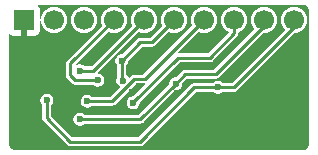
<source format=gbr>
%TF.GenerationSoftware,KiCad,Pcbnew,9.0.3*%
%TF.CreationDate,2025-09-10T00:52:22-04:00*%
%TF.ProjectId,IMU-Magnetometer,494d552d-4d61-4676-9e65-746f6d657465,rev?*%
%TF.SameCoordinates,Original*%
%TF.FileFunction,Copper,L2,Bot*%
%TF.FilePolarity,Positive*%
%FSLAX46Y46*%
G04 Gerber Fmt 4.6, Leading zero omitted, Abs format (unit mm)*
G04 Created by KiCad (PCBNEW 9.0.3) date 2025-09-10 00:52:22*
%MOMM*%
%LPD*%
G01*
G04 APERTURE LIST*
%TA.AperFunction,ComponentPad*%
%ADD10R,1.700000X1.700000*%
%TD*%
%TA.AperFunction,ComponentPad*%
%ADD11C,1.700000*%
%TD*%
%TA.AperFunction,ViaPad*%
%ADD12C,0.600000*%
%TD*%
%TA.AperFunction,Conductor*%
%ADD13C,0.250000*%
%TD*%
%TA.AperFunction,Conductor*%
%ADD14C,0.200000*%
%TD*%
G04 APERTURE END LIST*
D10*
%TO.P,J1,1,Pin_1*%
%TO.N,GND*%
X-11664191Y166733D03*
D11*
%TO.P,J1,2,Pin_2*%
%TO.N,VDDIO*%
X-9124191Y166733D03*
%TO.P,J1,3,Pin_3*%
%TO.N,/IMU_SCLK{slash}SCL*%
X-6584191Y166733D03*
%TO.P,J1,4,Pin_4*%
%TO.N,/IMU_SDI{slash}SDA*%
X-4044191Y166733D03*
%TO.P,J1,5,Pin_5*%
%TO.N,/IMU_SDO*%
X-1504191Y166733D03*
%TO.P,J1,6,Pin_6*%
%TO.N,/IMU_CS*%
X1035809Y166733D03*
%TO.P,J1,7,Pin_7*%
%TO.N,/IMU_INT1*%
X3575809Y166733D03*
%TO.P,J1,8,Pin_8*%
%TO.N,/IMU_INT2*%
X6115809Y166733D03*
%TO.P,J1,9,Pin_9*%
%TO.N,/SCL*%
X8655809Y166733D03*
%TO.P,J1,10,Pin_10*%
%TO.N,/SDA*%
X11195809Y166733D03*
%TD*%
D12*
%TO.N,GND*%
X4165809Y-10333267D03*
X11865809Y-5533267D03*
X-9534191Y-4833267D03*
X1165809Y-10233267D03*
X10565809Y-10233267D03*
X8065809Y-10233267D03*
X-2434191Y-8933267D03*
X10165809Y-8833267D03*
X11865809Y-6633267D03*
X9365809Y-10233267D03*
X6965809Y-10233267D03*
X5765809Y-10333267D03*
X-10634191Y-8833267D03*
X10865809Y-5833267D03*
X-12334191Y-7833267D03*
X-12234191Y-1933267D03*
X10865809Y-7333267D03*
X11865809Y-7833267D03*
X11865809Y-4433267D03*
X1315809Y-5983267D03*
X-2534191Y-5933267D03*
X9365809Y-3733267D03*
X2565809Y-10233267D03*
X10165809Y-3233267D03*
X10365809Y-4533267D03*
X8565809Y-1733267D03*
X3265809Y-1433267D03*
X-12334191Y-4433267D03*
X-7634191Y-1433267D03*
X-12234191Y-10233267D03*
X65809Y-9433267D03*
X8965809Y-7633267D03*
X-9734191Y-10233267D03*
X-12334191Y-6533267D03*
X1265809Y-9095767D03*
X-10634191Y-3233267D03*
X11765809Y-10233267D03*
X-12334191Y-5433267D03*
X-10934191Y-1933267D03*
X11465809Y-1833267D03*
X-11034191Y-10233267D03*
%TO.N,/IMU_INT2*%
X-2434191Y-6833267D03*
%TO.N,/SCL*%
X-6934191Y-8233267D03*
X1165809Y-5233267D03*
%TO.N,/IMU_SDI{slash}SDA*%
X-5434191Y-4933267D03*
%TO.N,/IMU_INT1*%
X-6312673Y-6711749D03*
%TO.N,/SDA*%
X-9734191Y-6633267D03*
X4765809Y-5533267D03*
%TO.N,/IMU_SDO*%
X-6934191Y-4133267D03*
%TO.N,/IMU_CS*%
X-3384191Y-3283267D03*
X-3302941Y-4964517D03*
%TD*%
D13*
%TO.N,/IMU_INT2*%
X6115809Y-983267D02*
X6115809Y166733D01*
X-2434191Y-6833267D02*
X-2443070Y-6824388D01*
X-2425312Y-6824388D02*
X1365809Y-3033267D01*
X1365809Y-3033267D02*
X4065809Y-3033267D01*
X-2443070Y-6824388D02*
X-2425312Y-6824388D01*
X4065809Y-3033267D02*
X6115809Y-983267D01*
%TO.N,/SCL*%
X-1834191Y-8233267D02*
X-6934191Y-8233267D01*
X1165809Y-5233267D02*
X-1834191Y-8233267D01*
X1165809Y-5233267D02*
X1965809Y-4433267D01*
X8655809Y-343267D02*
X8655809Y166733D01*
X4565809Y-4433267D02*
X8655809Y-343267D01*
X1965809Y-4433267D02*
X4565809Y-4433267D01*
%TO.N,/IMU_SDI{slash}SDA*%
X-7334191Y-4933267D02*
X-7734191Y-4533267D01*
X-7734191Y-4533267D02*
X-7734191Y-3523267D01*
X-7734191Y-3523267D02*
X-4044191Y166733D01*
X-5434191Y-4933267D02*
X-7334191Y-4933267D01*
%TO.N,/IMU_INT1*%
X-1424191Y-4833267D02*
X3575809Y166733D01*
X-6312673Y-6711749D02*
X-4212673Y-6711749D01*
X-2334191Y-4833267D02*
X-1424191Y-4833267D01*
X-4212673Y-6711749D02*
X-2334191Y-4833267D01*
%TO.N,/SDA*%
X-9734191Y-8133267D02*
X-7734191Y-10133267D01*
X-7734191Y-10133267D02*
X-1834191Y-10133267D01*
X6095809Y-5533267D02*
X11195809Y-433267D01*
X11195809Y-433267D02*
X11195809Y166733D01*
X-9734191Y-6633267D02*
X-9734191Y-8133267D01*
X2765809Y-5533267D02*
X6095809Y-5533267D01*
X-1834191Y-10133267D02*
X2765809Y-5533267D01*
%TO.N,/IMU_SDO*%
X-6934191Y-4133267D02*
X-5804191Y-4133267D01*
X-5804191Y-4133267D02*
X-1504191Y166733D01*
%TO.N,/IMU_CS*%
X-864191Y-1733267D02*
X1035809Y166733D01*
X-3302941Y-4964517D02*
X-3384191Y-4883267D01*
X-3384191Y-3283267D02*
X-1834191Y-1733267D01*
D14*
X-3384191Y-3283267D02*
X-3184191Y-3283267D01*
D13*
X-3384191Y-4883267D02*
X-3384191Y-3283267D01*
X-1834191Y-1733267D02*
X-864191Y-1733267D01*
%TD*%
%TA.AperFunction,Conductor*%
%TO.N,GND*%
G36*
X11968537Y1465925D02*
G01*
X12071473Y1454325D01*
X12082169Y1451883D01*
X12177325Y1418587D01*
X12187211Y1413827D01*
X12272574Y1360191D01*
X12281153Y1353349D01*
X12352443Y1282060D01*
X12359284Y1273482D01*
X12412920Y1188124D01*
X12417681Y1178239D01*
X12450982Y1083081D01*
X12453424Y1072384D01*
X12465001Y969661D01*
X12465309Y964173D01*
X12465309Y-10330516D01*
X12465001Y-10336002D01*
X12453404Y-10438932D01*
X12450962Y-10449630D01*
X12417666Y-10544783D01*
X12412905Y-10554669D01*
X12359270Y-10640028D01*
X12352429Y-10648606D01*
X12281147Y-10719889D01*
X12272569Y-10726730D01*
X12187210Y-10780365D01*
X12177324Y-10785126D01*
X12082171Y-10818422D01*
X12071473Y-10820864D01*
X11968562Y-10832459D01*
X11963076Y-10832767D01*
X-12431440Y-10832767D01*
X-12436926Y-10832459D01*
X-12539855Y-10820862D01*
X-12550553Y-10818420D01*
X-12645705Y-10785124D01*
X-12655591Y-10780363D01*
X-12740950Y-10726728D01*
X-12749528Y-10719887D01*
X-12820811Y-10648604D01*
X-12827652Y-10640026D01*
X-12881287Y-10554667D01*
X-12886048Y-10544781D01*
X-12919344Y-10449629D01*
X-12921786Y-10438931D01*
X-12933383Y-10336001D01*
X-12933691Y-10330515D01*
X-12933691Y-6560789D01*
X-10284691Y-6560789D01*
X-10284691Y-6705744D01*
X-10269941Y-6760789D01*
X-10247175Y-6845752D01*
X-10174700Y-6971282D01*
X-10174699Y-6971283D01*
X-10124043Y-7021939D01*
X-10109691Y-7056587D01*
X-10109691Y-8083831D01*
X-10109691Y-8182703D01*
X-10109388Y-8183832D01*
X-10084101Y-8278205D01*
X-10034666Y-8363829D01*
X-10034665Y-8363830D01*
X-8034666Y-10363829D01*
X-7964753Y-10433742D01*
X-7879129Y-10483177D01*
X-7831377Y-10495972D01*
X-7802727Y-10503649D01*
X-7783629Y-10508767D01*
X-7783627Y-10508767D01*
X-1784753Y-10508767D01*
X-1752921Y-10500237D01*
X-1737004Y-10495972D01*
X-1689253Y-10483177D01*
X-1689250Y-10483176D01*
X-1631146Y-10449629D01*
X-1603629Y-10433742D01*
X-1533716Y-10363829D01*
X2906994Y-5923119D01*
X2941642Y-5908767D01*
X4342489Y-5908767D01*
X4377137Y-5923119D01*
X4427794Y-5973776D01*
X4473739Y-6000302D01*
X4553321Y-6046250D01*
X4553323Y-6046250D01*
X4553324Y-6046251D01*
X4588326Y-6055630D01*
X4693331Y-6083767D01*
X4693334Y-6083767D01*
X4838286Y-6083767D01*
X4908289Y-6065009D01*
X4978294Y-6046251D01*
X5103824Y-5973776D01*
X5154481Y-5923119D01*
X5189129Y-5908767D01*
X6145247Y-5908767D01*
X6174464Y-5900937D01*
X6192995Y-5895972D01*
X6240747Y-5883177D01*
X6326371Y-5833742D01*
X6396284Y-5763829D01*
X11211994Y-948119D01*
X11246642Y-933767D01*
X11282419Y-933767D01*
X11282420Y-933767D01*
X11453510Y-906669D01*
X11618254Y-853140D01*
X11772597Y-774499D01*
X11912737Y-672681D01*
X12035223Y-550195D01*
X12137041Y-410055D01*
X12215682Y-255712D01*
X12269211Y-90968D01*
X12296309Y80122D01*
X12296309Y253344D01*
X12269211Y424434D01*
X12215682Y589178D01*
X12137041Y743521D01*
X12035223Y883661D01*
X11912737Y1006147D01*
X11772597Y1107965D01*
X11618254Y1186606D01*
X11453510Y1240135D01*
X11282420Y1267233D01*
X11109198Y1267233D01*
X10938108Y1240135D01*
X10773364Y1186606D01*
X10773362Y1186605D01*
X10619026Y1107968D01*
X10619023Y1107966D01*
X10619021Y1107965D01*
X10478881Y1006147D01*
X10478877Y1006143D01*
X10478874Y1006141D01*
X10356400Y883667D01*
X10356397Y883663D01*
X10356395Y883661D01*
X10254577Y743521D01*
X10254573Y743515D01*
X10175936Y589179D01*
X10122407Y424434D01*
X10122406Y424431D01*
X10095309Y253343D01*
X10095309Y80122D01*
X10122406Y-90965D01*
X10122407Y-90968D01*
X10175936Y-255713D01*
X10254573Y-410049D01*
X10254576Y-410053D01*
X10254577Y-410055D01*
X10356395Y-550195D01*
X10356397Y-550197D01*
X10356400Y-550201D01*
X10417470Y-611271D01*
X10431822Y-645919D01*
X10417470Y-680567D01*
X5954624Y-5143415D01*
X5919976Y-5157767D01*
X5189129Y-5157767D01*
X5154481Y-5143415D01*
X5103824Y-5092758D01*
X4978296Y-5020283D01*
X4978292Y-5020282D01*
X4838287Y-4982767D01*
X4838284Y-4982767D01*
X4693334Y-4982767D01*
X4693331Y-4982767D01*
X4553325Y-5020282D01*
X4553321Y-5020283D01*
X4427793Y-5092758D01*
X4427793Y-5092759D01*
X4377137Y-5143415D01*
X4342489Y-5157767D01*
X2716372Y-5157767D01*
X2708832Y-5159787D01*
X2693750Y-5163829D01*
X2620871Y-5183356D01*
X2620868Y-5183357D01*
X2535246Y-5232792D01*
X2535246Y-5232793D01*
X-1975376Y-9743415D01*
X-2010024Y-9757767D01*
X-7558358Y-9757767D01*
X-7593006Y-9743415D01*
X-9175632Y-8160789D01*
X-7484691Y-8160789D01*
X-7484691Y-8305744D01*
X-7469126Y-8363830D01*
X-7447175Y-8445752D01*
X-7374700Y-8571282D01*
X-7272206Y-8673776D01*
X-7146676Y-8746251D01*
X-7076671Y-8765009D01*
X-7006668Y-8783767D01*
X-7006666Y-8783767D01*
X-6861713Y-8783767D01*
X-6756708Y-8755630D01*
X-6721706Y-8746251D01*
X-6721705Y-8746250D01*
X-6721703Y-8746250D01*
X-6642121Y-8700302D01*
X-6596176Y-8673776D01*
X-6545519Y-8623119D01*
X-6510871Y-8608767D01*
X-1784753Y-8608767D01*
X-1752921Y-8600237D01*
X-1737004Y-8595972D01*
X-1689253Y-8583177D01*
X-1689250Y-8583176D01*
X-1634967Y-8551835D01*
X-1603629Y-8533742D01*
X-1533716Y-8463829D01*
X1131995Y-5798119D01*
X1166643Y-5783767D01*
X1238286Y-5783767D01*
X1312693Y-5763829D01*
X1378294Y-5746251D01*
X1503824Y-5673776D01*
X1606318Y-5571282D01*
X1678505Y-5446251D01*
X1678792Y-5445754D01*
X1678792Y-5445753D01*
X1678793Y-5445752D01*
X1711653Y-5323119D01*
X1716309Y-5305744D01*
X1716309Y-5234100D01*
X1730661Y-5199452D01*
X2106995Y-4823119D01*
X2141643Y-4808767D01*
X4615247Y-4808767D01*
X4655075Y-4798094D01*
X4674990Y-4792758D01*
X4710747Y-4783177D01*
X4796371Y-4733742D01*
X4866284Y-4663829D01*
X8581994Y-948119D01*
X8616642Y-933767D01*
X8742419Y-933767D01*
X8742420Y-933767D01*
X8913510Y-906669D01*
X9078254Y-853140D01*
X9232597Y-774499D01*
X9372737Y-672681D01*
X9495223Y-550195D01*
X9597041Y-410055D01*
X9675682Y-255712D01*
X9729211Y-90968D01*
X9756309Y80122D01*
X9756309Y253344D01*
X9729211Y424434D01*
X9675682Y589178D01*
X9597041Y743521D01*
X9495223Y883661D01*
X9372737Y1006147D01*
X9232597Y1107965D01*
X9078254Y1186606D01*
X8913510Y1240135D01*
X8742420Y1267233D01*
X8569198Y1267233D01*
X8398108Y1240135D01*
X8233364Y1186606D01*
X8233362Y1186605D01*
X8079026Y1107968D01*
X8079023Y1107966D01*
X8079021Y1107965D01*
X7938881Y1006147D01*
X7938877Y1006143D01*
X7938874Y1006141D01*
X7816400Y883667D01*
X7816397Y883663D01*
X7816395Y883661D01*
X7714577Y743521D01*
X7714573Y743515D01*
X7635936Y589179D01*
X7582407Y424434D01*
X7582406Y424431D01*
X7555309Y253343D01*
X7555309Y80122D01*
X7582406Y-90965D01*
X7582407Y-90968D01*
X7635936Y-255713D01*
X7714573Y-410049D01*
X7714576Y-410053D01*
X7714577Y-410055D01*
X7816395Y-550195D01*
X7816397Y-550197D01*
X7816400Y-550201D01*
X7832470Y-566271D01*
X7846822Y-600919D01*
X7832470Y-635567D01*
X4424624Y-4043415D01*
X4389976Y-4057767D01*
X1916371Y-4057767D01*
X1884539Y-4066297D01*
X1868622Y-4070562D01*
X1820875Y-4083355D01*
X1820872Y-4083356D01*
X1820871Y-4083357D01*
X1778059Y-4108074D01*
X1778058Y-4108074D01*
X1735245Y-4132792D01*
X1199624Y-4668415D01*
X1164976Y-4682767D01*
X1093331Y-4682767D01*
X953325Y-4720282D01*
X953321Y-4720283D01*
X827793Y-4792758D01*
X725301Y-4895251D01*
X725300Y-4895251D01*
X652825Y-5020779D01*
X652824Y-5020783D01*
X615308Y-5160789D01*
X615308Y-5232433D01*
X600956Y-5267080D01*
X-1975376Y-7843415D01*
X-2010024Y-7857767D01*
X-6510871Y-7857767D01*
X-6545519Y-7843415D01*
X-6596175Y-7792759D01*
X-6596175Y-7792758D01*
X-6721703Y-7720283D01*
X-6721707Y-7720282D01*
X-6861713Y-7682767D01*
X-6861716Y-7682767D01*
X-7006666Y-7682767D01*
X-7006669Y-7682767D01*
X-7146674Y-7720282D01*
X-7146678Y-7720283D01*
X-7272206Y-7792758D01*
X-7374699Y-7895251D01*
X-7447174Y-8020779D01*
X-7447175Y-8020783D01*
X-7484691Y-8160789D01*
X-9175632Y-8160789D01*
X-9344339Y-7992082D01*
X-9358691Y-7957434D01*
X-9358691Y-7056587D01*
X-9344339Y-7021939D01*
X-9293682Y-6971282D01*
X-9221207Y-6845754D01*
X-9221206Y-6845750D01*
X-9183691Y-6705744D01*
X-9183691Y-6639271D01*
X-6863173Y-6639271D01*
X-6863173Y-6784226D01*
X-6859093Y-6799452D01*
X-6825657Y-6924234D01*
X-6753182Y-7049764D01*
X-6650688Y-7152258D01*
X-6525158Y-7224733D01*
X-6455153Y-7243491D01*
X-6385150Y-7262249D01*
X-6385148Y-7262249D01*
X-6240195Y-7262249D01*
X-6135190Y-7234112D01*
X-6100188Y-7224733D01*
X-6100187Y-7224732D01*
X-6100185Y-7224732D01*
X-6007610Y-7171283D01*
X-5974658Y-7152258D01*
X-5924001Y-7101601D01*
X-5889353Y-7087249D01*
X-4163235Y-7087249D01*
X-4129716Y-7078267D01*
X-4112956Y-7073776D01*
X-4067735Y-7061659D01*
X-4067732Y-7061658D01*
X-3998938Y-7021939D01*
X-3982111Y-7012224D01*
X-3912198Y-6942311D01*
X-2193005Y-5223119D01*
X-2158357Y-5208767D01*
X-1459025Y-5208767D01*
X-1424377Y-5223119D01*
X-1410025Y-5257767D01*
X-1424377Y-5292415D01*
X-2400376Y-6268415D01*
X-2435024Y-6282767D01*
X-2506669Y-6282767D01*
X-2646674Y-6320282D01*
X-2646678Y-6320283D01*
X-2739254Y-6373733D01*
X-2772206Y-6392758D01*
X-2874700Y-6495252D01*
X-2877016Y-6499264D01*
X-2947174Y-6620779D01*
X-2947175Y-6620783D01*
X-2984691Y-6760789D01*
X-2984691Y-6905744D01*
X-2967129Y-6971282D01*
X-2947175Y-7045752D01*
X-2874700Y-7171282D01*
X-2772206Y-7273776D01*
X-2646676Y-7346251D01*
X-2576671Y-7365009D01*
X-2506668Y-7383767D01*
X-2506666Y-7383767D01*
X-2361713Y-7383767D01*
X-2256708Y-7355630D01*
X-2221706Y-7346251D01*
X-2221705Y-7346250D01*
X-2221703Y-7346250D01*
X-2142121Y-7300302D01*
X-2096176Y-7273776D01*
X-1993682Y-7171282D01*
X-1982698Y-7152257D01*
X-1921207Y-7045754D01*
X-1921206Y-7045750D01*
X-1883691Y-6905744D01*
X-1883691Y-6834100D01*
X-1869339Y-6799452D01*
X1506995Y-3423119D01*
X1541643Y-3408767D01*
X4115247Y-3408767D01*
X4144464Y-3400937D01*
X4162995Y-3395972D01*
X4210747Y-3383177D01*
X4296371Y-3333742D01*
X4366284Y-3263829D01*
X4366283Y-3263829D01*
X6416284Y-1213830D01*
X6465720Y-1128204D01*
X6491308Y-1032706D01*
X6491309Y-1032706D01*
X6491309Y-903994D01*
X6505661Y-869346D01*
X6525168Y-857392D01*
X6530151Y-855772D01*
X6538254Y-853140D01*
X6692597Y-774499D01*
X6832737Y-672681D01*
X6955223Y-550195D01*
X7057041Y-410055D01*
X7135682Y-255712D01*
X7189211Y-90968D01*
X7216309Y80122D01*
X7216309Y253344D01*
X7189211Y424434D01*
X7135682Y589178D01*
X7057041Y743521D01*
X6955223Y883661D01*
X6832737Y1006147D01*
X6692597Y1107965D01*
X6538254Y1186606D01*
X6373510Y1240135D01*
X6202420Y1267233D01*
X6029198Y1267233D01*
X5858108Y1240135D01*
X5693364Y1186606D01*
X5693362Y1186605D01*
X5539026Y1107968D01*
X5539023Y1107966D01*
X5539021Y1107965D01*
X5398881Y1006147D01*
X5398877Y1006143D01*
X5398874Y1006141D01*
X5276400Y883667D01*
X5276397Y883663D01*
X5276395Y883661D01*
X5174577Y743521D01*
X5174573Y743515D01*
X5095936Y589179D01*
X5042407Y424434D01*
X5042406Y424431D01*
X5015309Y253343D01*
X5015309Y80122D01*
X5042406Y-90965D01*
X5042407Y-90968D01*
X5095936Y-255713D01*
X5174573Y-410049D01*
X5174576Y-410053D01*
X5174577Y-410055D01*
X5276395Y-550195D01*
X5276397Y-550197D01*
X5276400Y-550201D01*
X5398874Y-672675D01*
X5398877Y-672677D01*
X5398881Y-672681D01*
X5539021Y-774499D01*
X5539023Y-774500D01*
X5539026Y-774502D01*
X5647536Y-829790D01*
X5671893Y-858307D01*
X5668950Y-895694D01*
X5659939Y-908097D01*
X3924624Y-2643415D01*
X3889976Y-2657767D01*
X1400642Y-2657767D01*
X1365994Y-2643415D01*
X1351642Y-2608767D01*
X1365994Y-2574119D01*
X1976284Y-1963829D01*
X3084210Y-855902D01*
X3118857Y-841551D01*
X3141102Y-846892D01*
X3153364Y-853140D01*
X3318108Y-906669D01*
X3489198Y-933767D01*
X3489199Y-933767D01*
X3662419Y-933767D01*
X3662420Y-933767D01*
X3833510Y-906669D01*
X3998254Y-853140D01*
X4152597Y-774499D01*
X4292737Y-672681D01*
X4415223Y-550195D01*
X4517041Y-410055D01*
X4595682Y-255712D01*
X4649211Y-90968D01*
X4676309Y80122D01*
X4676309Y253344D01*
X4649211Y424434D01*
X4595682Y589178D01*
X4517041Y743521D01*
X4415223Y883661D01*
X4292737Y1006147D01*
X4152597Y1107965D01*
X3998254Y1186606D01*
X3833510Y1240135D01*
X3662420Y1267233D01*
X3489198Y1267233D01*
X3318108Y1240135D01*
X3153364Y1186606D01*
X3153362Y1186605D01*
X2999026Y1107968D01*
X2999023Y1107966D01*
X2999021Y1107965D01*
X2858881Y1006147D01*
X2858877Y1006143D01*
X2858874Y1006141D01*
X2736400Y883667D01*
X2736397Y883663D01*
X2736395Y883661D01*
X2634577Y743521D01*
X2634573Y743515D01*
X2555936Y589179D01*
X2502407Y424434D01*
X2502406Y424431D01*
X2475309Y253343D01*
X2475309Y80122D01*
X2502406Y-90965D01*
X2502407Y-90968D01*
X2555935Y-255710D01*
X2562183Y-267973D01*
X2565124Y-305360D01*
X2553171Y-324865D01*
X-1565376Y-4443415D01*
X-1600024Y-4457767D01*
X-2383630Y-4457767D01*
X-2479126Y-4483355D01*
X-2479130Y-4483356D01*
X-2564754Y-4532792D01*
X-2742620Y-4710658D01*
X-2777268Y-4725010D01*
X-2811916Y-4710658D01*
X-2819703Y-4700510D01*
X-2862432Y-4626501D01*
X-2964923Y-4524010D01*
X-2964926Y-4524008D01*
X-2984192Y-4512884D01*
X-3007022Y-4483131D01*
X-3008691Y-4470450D01*
X-3008691Y-3706587D01*
X-2994339Y-3671939D01*
X-2943682Y-3621282D01*
X-2871207Y-3495754D01*
X-2871206Y-3495750D01*
X-2833691Y-3355744D01*
X-2833691Y-3284100D01*
X-2819339Y-3249452D01*
X-1693006Y-2123119D01*
X-1658358Y-2108767D01*
X-814753Y-2108767D01*
X-782921Y-2100237D01*
X-767004Y-2095972D01*
X-719253Y-2083177D01*
X-719250Y-2083176D01*
X-664967Y-2051835D01*
X-633629Y-2033742D01*
X-563716Y-1963829D01*
X544209Y-855902D01*
X578856Y-841551D01*
X601098Y-846890D01*
X613364Y-853140D01*
X778108Y-906669D01*
X949198Y-933767D01*
X949199Y-933767D01*
X1122419Y-933767D01*
X1122420Y-933767D01*
X1293510Y-906669D01*
X1458254Y-853140D01*
X1612597Y-774499D01*
X1752737Y-672681D01*
X1875223Y-550195D01*
X1977041Y-410055D01*
X2055682Y-255712D01*
X2109211Y-90968D01*
X2136309Y80122D01*
X2136309Y253344D01*
X2109211Y424434D01*
X2055682Y589178D01*
X1977041Y743521D01*
X1875223Y883661D01*
X1752737Y1006147D01*
X1612597Y1107965D01*
X1458254Y1186606D01*
X1293510Y1240135D01*
X1122420Y1267233D01*
X949198Y1267233D01*
X778108Y1240135D01*
X613364Y1186606D01*
X613362Y1186605D01*
X459026Y1107968D01*
X459023Y1107966D01*
X459021Y1107965D01*
X318881Y1006147D01*
X318877Y1006143D01*
X318874Y1006141D01*
X196400Y883667D01*
X196397Y883663D01*
X196395Y883661D01*
X94577Y743521D01*
X94573Y743515D01*
X15936Y589179D01*
X15936Y589178D01*
X-37593Y424434D01*
X-64691Y253344D01*
X-64691Y80122D01*
X-37593Y-90968D01*
X15936Y-255712D01*
X22183Y-267973D01*
X25128Y-305355D01*
X13173Y-324865D01*
X-1005376Y-1343415D01*
X-1040024Y-1357767D01*
X-1883629Y-1357767D01*
X-1931377Y-1370562D01*
X-1979128Y-1383356D01*
X-1979131Y-1383357D01*
X-2064753Y-1432792D01*
X-3350376Y-2718415D01*
X-3385024Y-2732767D01*
X-3456669Y-2732767D01*
X-3596674Y-2770282D01*
X-3596678Y-2770283D01*
X-3722206Y-2842758D01*
X-3824699Y-2945251D01*
X-3897174Y-3070779D01*
X-3897175Y-3070783D01*
X-3934691Y-3210789D01*
X-3934691Y-3355744D01*
X-3923911Y-3395973D01*
X-3897175Y-3495752D01*
X-3824700Y-3621282D01*
X-3824699Y-3621283D01*
X-3774043Y-3671939D01*
X-3759691Y-3706587D01*
X-3759691Y-4641502D01*
X-3766256Y-4666002D01*
X-3815924Y-4752029D01*
X-3815925Y-4752031D01*
X-3853441Y-4892039D01*
X-3853441Y-5036994D01*
X-3838498Y-5092758D01*
X-3815925Y-5177002D01*
X-3743450Y-5302532D01*
X-3640956Y-5405026D01*
X-3570413Y-5445754D01*
X-3566947Y-5447755D01*
X-3544117Y-5477508D01*
X-3549012Y-5514690D01*
X-3556799Y-5524838D01*
X-4353858Y-6321897D01*
X-4388506Y-6336249D01*
X-5889353Y-6336249D01*
X-5924001Y-6321897D01*
X-5974657Y-6271241D01*
X-5974657Y-6271240D01*
X-6100185Y-6198765D01*
X-6100189Y-6198764D01*
X-6240195Y-6161249D01*
X-6240198Y-6161249D01*
X-6385148Y-6161249D01*
X-6385151Y-6161249D01*
X-6525156Y-6198764D01*
X-6525160Y-6198765D01*
X-6645795Y-6268415D01*
X-6650688Y-6271240D01*
X-6753182Y-6373734D01*
X-6779708Y-6419679D01*
X-6825656Y-6499261D01*
X-6825657Y-6499265D01*
X-6863173Y-6639271D01*
X-9183691Y-6639271D01*
X-9183691Y-6560789D01*
X-9183690Y-6560789D01*
X-9221206Y-6420783D01*
X-9221207Y-6420779D01*
X-9293682Y-6295251D01*
X-9396175Y-6192759D01*
X-9396175Y-6192758D01*
X-9521703Y-6120283D01*
X-9521707Y-6120282D01*
X-9661713Y-6082767D01*
X-9661716Y-6082767D01*
X-9806666Y-6082767D01*
X-9806669Y-6082767D01*
X-9946674Y-6120282D01*
X-9946678Y-6120283D01*
X-10072206Y-6192758D01*
X-10174700Y-6295252D01*
X-10198370Y-6336249D01*
X-10247174Y-6420779D01*
X-10247175Y-6420783D01*
X-10284691Y-6560789D01*
X-12933691Y-6560789D01*
X-12933691Y-3473829D01*
X-8109691Y-3473829D01*
X-8109691Y-4582702D01*
X-8104331Y-4602705D01*
X-8104331Y-4602706D01*
X-8084101Y-4678204D01*
X-8084100Y-4678207D01*
X-8052038Y-4733741D01*
X-8041477Y-4752032D01*
X-8034665Y-4763830D01*
X-7634666Y-5163829D01*
X-7564753Y-5233742D01*
X-7479129Y-5283177D01*
X-7463540Y-5287354D01*
X-7444652Y-5292415D01*
X-7383629Y-5308767D01*
X-7383627Y-5308767D01*
X-7383626Y-5308767D01*
X-5857511Y-5308767D01*
X-5822863Y-5323119D01*
X-5772206Y-5373776D01*
X-5663495Y-5436540D01*
X-5647541Y-5445752D01*
X-5646676Y-5446251D01*
X-5576671Y-5465009D01*
X-5506668Y-5483767D01*
X-5506666Y-5483767D01*
X-5361713Y-5483767D01*
X-5256708Y-5455630D01*
X-5221706Y-5446251D01*
X-5221705Y-5446250D01*
X-5221703Y-5446250D01*
X-5142121Y-5400302D01*
X-5096176Y-5373776D01*
X-4993682Y-5271282D01*
X-4972008Y-5233742D01*
X-4921207Y-5145754D01*
X-4921206Y-5145750D01*
X-4883691Y-5005744D01*
X-4883691Y-4860789D01*
X-4883690Y-4860789D01*
X-4921206Y-4720783D01*
X-4921207Y-4720779D01*
X-4993682Y-4595251D01*
X-5096175Y-4492759D01*
X-5096175Y-4492758D01*
X-5221703Y-4420283D01*
X-5221707Y-4420282D01*
X-5361713Y-4382767D01*
X-5361716Y-4382767D01*
X-5404358Y-4382767D01*
X-5439006Y-4368415D01*
X-5453358Y-4333767D01*
X-5439006Y-4299119D01*
X-1995790Y-855903D01*
X-1961142Y-841551D01*
X-1938898Y-846891D01*
X-1926636Y-853140D01*
X-1761892Y-906669D01*
X-1590802Y-933767D01*
X-1590801Y-933767D01*
X-1417581Y-933767D01*
X-1417580Y-933767D01*
X-1246490Y-906669D01*
X-1081746Y-853140D01*
X-1069485Y-846893D01*
X-927408Y-774502D01*
X-927405Y-774500D01*
X-927403Y-774499D01*
X-787263Y-672681D01*
X-787259Y-672677D01*
X-787256Y-672675D01*
X-664782Y-550201D01*
X-664779Y-550197D01*
X-664777Y-550195D01*
X-562959Y-410055D01*
X-562958Y-410053D01*
X-562955Y-410049D01*
X-484318Y-255713D01*
X-430789Y-90968D01*
X-430788Y-90965D01*
X-403691Y80122D01*
X-403691Y253343D01*
X-430788Y424431D01*
X-430789Y424434D01*
X-484318Y589179D01*
X-562955Y743515D01*
X-562959Y743521D01*
X-664777Y883661D01*
X-664779Y883663D01*
X-664782Y883667D01*
X-787256Y1006141D01*
X-787259Y1006143D01*
X-787263Y1006147D01*
X-927403Y1107965D01*
X-927405Y1107966D01*
X-927408Y1107968D01*
X-1081744Y1186605D01*
X-1081746Y1186606D01*
X-1246490Y1240135D01*
X-1417580Y1267233D01*
X-1590802Y1267233D01*
X-1761892Y1240135D01*
X-1926636Y1186606D01*
X-2080979Y1107965D01*
X-2221119Y1006147D01*
X-2343605Y883661D01*
X-2445423Y743521D01*
X-2524064Y589178D01*
X-2577593Y424434D01*
X-2604691Y253344D01*
X-2604691Y80122D01*
X-2577593Y-90968D01*
X-2524064Y-255712D01*
X-2517816Y-267972D01*
X-2514872Y-305356D01*
X-2526827Y-324866D01*
X-5945376Y-3743415D01*
X-5980024Y-3757767D01*
X-6510871Y-3757767D01*
X-6545519Y-3743415D01*
X-6596175Y-3692759D01*
X-6596175Y-3692758D01*
X-6721703Y-3620283D01*
X-6721707Y-3620282D01*
X-6861713Y-3582767D01*
X-6861716Y-3582767D01*
X-7006666Y-3582767D01*
X-7006669Y-3582767D01*
X-7146674Y-3620282D01*
X-7146678Y-3620283D01*
X-7187520Y-3643864D01*
X-7224702Y-3648759D01*
X-7254455Y-3625929D01*
X-7259350Y-3588747D01*
X-7246668Y-3566781D01*
X-4535790Y-855903D01*
X-4501142Y-841551D01*
X-4478898Y-846891D01*
X-4466636Y-853140D01*
X-4301892Y-906669D01*
X-4130802Y-933767D01*
X-4130801Y-933767D01*
X-3957581Y-933767D01*
X-3957580Y-933767D01*
X-3786490Y-906669D01*
X-3621746Y-853140D01*
X-3609485Y-846893D01*
X-3467408Y-774502D01*
X-3467405Y-774500D01*
X-3467403Y-774499D01*
X-3327263Y-672681D01*
X-3327259Y-672677D01*
X-3327256Y-672675D01*
X-3204782Y-550201D01*
X-3204779Y-550197D01*
X-3204777Y-550195D01*
X-3102959Y-410055D01*
X-3102958Y-410053D01*
X-3102955Y-410049D01*
X-3024318Y-255713D01*
X-2970789Y-90968D01*
X-2970788Y-90965D01*
X-2943691Y80122D01*
X-2943691Y253343D01*
X-2970788Y424431D01*
X-2970789Y424434D01*
X-3024318Y589179D01*
X-3102955Y743515D01*
X-3102959Y743521D01*
X-3204777Y883661D01*
X-3204779Y883663D01*
X-3204782Y883667D01*
X-3327256Y1006141D01*
X-3327259Y1006143D01*
X-3327263Y1006147D01*
X-3467403Y1107965D01*
X-3467405Y1107966D01*
X-3467408Y1107968D01*
X-3621744Y1186605D01*
X-3621746Y1186606D01*
X-3786490Y1240135D01*
X-3957580Y1267233D01*
X-4130802Y1267233D01*
X-4301892Y1240135D01*
X-4466636Y1186606D01*
X-4620979Y1107965D01*
X-4761119Y1006147D01*
X-4883605Y883661D01*
X-4985423Y743521D01*
X-5064064Y589178D01*
X-5117593Y424434D01*
X-5144691Y253344D01*
X-5144691Y80122D01*
X-5117593Y-90968D01*
X-5064064Y-255712D01*
X-5057816Y-267972D01*
X-5054872Y-305356D01*
X-5066827Y-324866D01*
X-8034665Y-3292704D01*
X-8084100Y-3378326D01*
X-8084101Y-3378330D01*
X-8109691Y-3473829D01*
X-12933691Y-3473829D01*
X-12933691Y-1091699D01*
X-12919339Y-1057051D01*
X-12884691Y-1042699D01*
X-12855326Y-1052473D01*
X-12756282Y-1126618D01*
X-12621564Y-1176865D01*
X-12562025Y-1183267D01*
X-11914191Y-1183267D01*
X-11914191Y-266279D01*
X-11857184Y-299192D01*
X-11730017Y-333267D01*
X-11598365Y-333267D01*
X-11471198Y-299192D01*
X-11414191Y-266279D01*
X-11414191Y-1183267D01*
X-10766357Y-1183267D01*
X-10706818Y-1176865D01*
X-10706817Y-1176865D01*
X-10572099Y-1126618D01*
X-10457002Y-1040455D01*
X-10370839Y-925358D01*
X-10320592Y-790640D01*
X-10320592Y-790639D01*
X-10314191Y-731101D01*
X-10314191Y22597D01*
X-10299839Y57245D01*
X-10265191Y71597D01*
X-10230543Y57245D01*
X-10216794Y30262D01*
X-10197593Y-90968D01*
X-10144064Y-255712D01*
X-10065423Y-410055D01*
X-9963605Y-550195D01*
X-9841119Y-672681D01*
X-9700979Y-774499D01*
X-9546636Y-853140D01*
X-9381892Y-906669D01*
X-9210802Y-933767D01*
X-9210801Y-933767D01*
X-9037581Y-933767D01*
X-9037580Y-933767D01*
X-8866490Y-906669D01*
X-8701746Y-853140D01*
X-8689485Y-846893D01*
X-8547408Y-774502D01*
X-8547405Y-774500D01*
X-8547403Y-774499D01*
X-8407263Y-672681D01*
X-8407259Y-672677D01*
X-8407256Y-672675D01*
X-8284782Y-550201D01*
X-8284779Y-550197D01*
X-8284777Y-550195D01*
X-8182959Y-410055D01*
X-8182958Y-410053D01*
X-8182955Y-410049D01*
X-8104318Y-255713D01*
X-8050789Y-90968D01*
X-8050788Y-90965D01*
X-8023691Y80122D01*
X-8023691Y253343D01*
X-8023691Y253344D01*
X-7684691Y253344D01*
X-7684691Y80122D01*
X-7657593Y-90968D01*
X-7604064Y-255712D01*
X-7525423Y-410055D01*
X-7423605Y-550195D01*
X-7301119Y-672681D01*
X-7160979Y-774499D01*
X-7006636Y-853140D01*
X-6841892Y-906669D01*
X-6670802Y-933767D01*
X-6670801Y-933767D01*
X-6497581Y-933767D01*
X-6497580Y-933767D01*
X-6326490Y-906669D01*
X-6161746Y-853140D01*
X-6149485Y-846893D01*
X-6007408Y-774502D01*
X-6007405Y-774500D01*
X-6007403Y-774499D01*
X-5867263Y-672681D01*
X-5867259Y-672677D01*
X-5867256Y-672675D01*
X-5744782Y-550201D01*
X-5744779Y-550197D01*
X-5744777Y-550195D01*
X-5642959Y-410055D01*
X-5642958Y-410053D01*
X-5642955Y-410049D01*
X-5564318Y-255713D01*
X-5510789Y-90968D01*
X-5510788Y-90965D01*
X-5483691Y80122D01*
X-5483691Y253343D01*
X-5510788Y424431D01*
X-5510789Y424434D01*
X-5564318Y589179D01*
X-5642955Y743515D01*
X-5642959Y743521D01*
X-5744777Y883661D01*
X-5744779Y883663D01*
X-5744782Y883667D01*
X-5867256Y1006141D01*
X-5867259Y1006143D01*
X-5867263Y1006147D01*
X-6007403Y1107965D01*
X-6007405Y1107966D01*
X-6007408Y1107968D01*
X-6161744Y1186605D01*
X-6161746Y1186606D01*
X-6326490Y1240135D01*
X-6497580Y1267233D01*
X-6670802Y1267233D01*
X-6841892Y1240135D01*
X-7006636Y1186606D01*
X-7160979Y1107965D01*
X-7301119Y1006147D01*
X-7423605Y883661D01*
X-7525423Y743521D01*
X-7604064Y589178D01*
X-7657593Y424434D01*
X-7684691Y253344D01*
X-8023691Y253344D01*
X-8050788Y424431D01*
X-8050789Y424434D01*
X-8104318Y589179D01*
X-8182955Y743515D01*
X-8182959Y743521D01*
X-8284777Y883661D01*
X-8284779Y883663D01*
X-8284782Y883667D01*
X-8407256Y1006141D01*
X-8407259Y1006143D01*
X-8407263Y1006147D01*
X-8547403Y1107965D01*
X-8547405Y1107966D01*
X-8547408Y1107968D01*
X-8701744Y1186605D01*
X-8701746Y1186606D01*
X-8866490Y1240135D01*
X-9037580Y1267233D01*
X-9210802Y1267233D01*
X-9381892Y1240135D01*
X-9546636Y1186606D01*
X-9700979Y1107965D01*
X-9841119Y1006147D01*
X-9963605Y883661D01*
X-10065423Y743521D01*
X-10144064Y589178D01*
X-10197593Y424434D01*
X-10215580Y310868D01*
X-10216794Y303203D01*
X-10236389Y271226D01*
X-10272856Y262471D01*
X-10304833Y282066D01*
X-10314191Y310868D01*
X-10314191Y1064567D01*
X-10320592Y1124105D01*
X-10320592Y1124106D01*
X-10370839Y1258824D01*
X-10457002Y1373921D01*
X-10462459Y1378007D01*
X-10481595Y1410260D01*
X-10472320Y1446598D01*
X-10440067Y1465734D01*
X-10433094Y1466233D01*
X11899912Y1466233D01*
X11963050Y1466233D01*
X11968537Y1465925D01*
G37*
%TD.AperFunction*%
%TD*%
M02*

</source>
